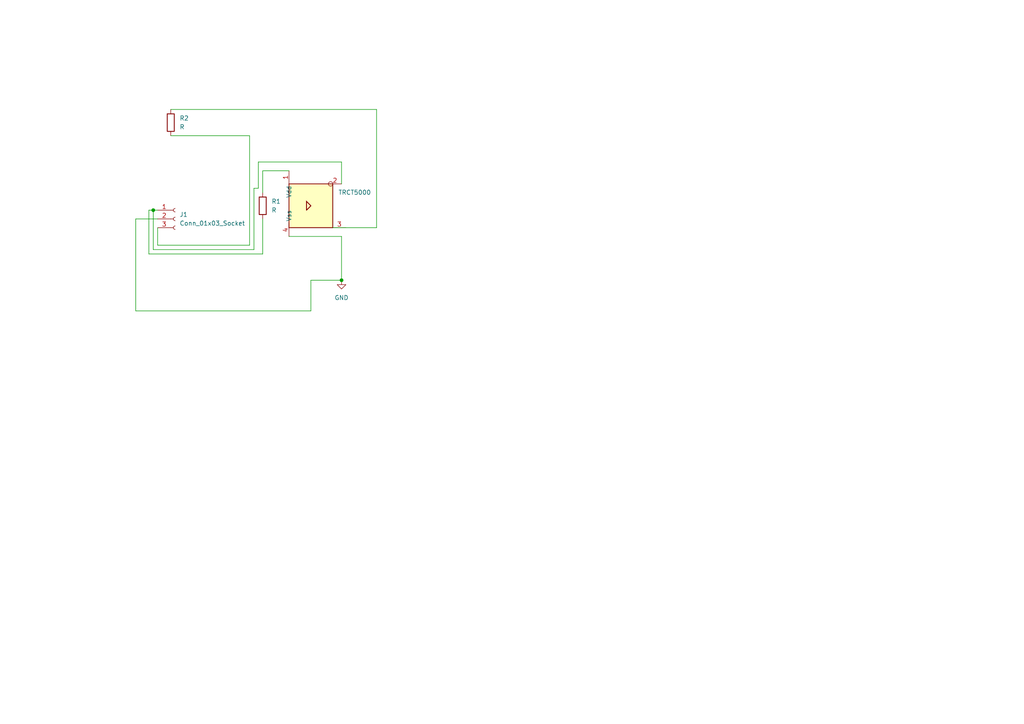
<source format=kicad_sch>
(kicad_sch (version 20250114) (generator "eeschema") (generator_version "9.0")
  (paper "A4")
  (lib_symbols
    (symbol "4xxx_IEEE:4049"
      (property "Value" "TRCT5000" (at 12.7 3.8802 0))
      (symbol "4049_0_0"
        (polyline (pts (xy -1.27 1.27) (xy -1.27 -1.27) (xy 0 0) (xy -1.27 1.27) (xy -1.27 1.27)) (stroke (width 0.254)) (fill (type background)))
        (pin power_in line (at -6.35 10.16 270) (length 3.81) (name "Vdd") (number "1"))
        (pin power_in line (at -6.35 -8.89 90) (length 3.81) (name "Vss") (number "4"))
      )
      (symbol "4049_0_1"
        (rectangle (start -6.35 6.35) (end 6.35 -6.35) (stroke (width 0.254)) (fill (type background)))
      )
      (symbol "4049_1_1"
        (pin input line (at 6.35 -6.35 0) (length 3.81) (name "~") (number "3"))
        (pin output inverted (at 8.89 6.35 180) (length 3.81) (name "~") (number "2"))
      )
      (symbol "4049_2_1"
        (pin input line (at 6.35 -6.35 0) (length 3.81) (name "~") (number "5"))
        (pin output inverted (at 8.89 6.35 180) (length 3.81) (name "~") (number "4"))
      )
      (symbol "4049_3_1"
        (pin input line (at 6.35 -6.35 0) (length 3.81) (name "~") (number "7"))
        (pin output inverted (at 8.89 6.35 180) (length 3.81) (name "~") (number "6"))
      )
      (symbol "4049_4_1"
        (pin input line (at 6.35 -6.35 0) (length 3.81) (name "~") (number "9"))
        (pin output inverted (at 8.89 6.35 180) (length 3.81) (name "~") (number "10"))
      )
      (symbol "4049_5_1"
        (pin input line (at 6.35 -6.35 0) (length 3.81) (name "~") (number "11"))
        (pin output inverted (at 8.89 6.35 180) (length 3.81) (name "~") (number "12"))
      )
      (symbol "4049_6_1"
        (pin input line (at 6.35 -6.35 0) (length 3.81) (name "~") (number "14"))
        (pin output inverted (at 8.89 6.35 180) (length 3.81) (name "~") (number "15"))
      )
    )
    (symbol "Connector:Conn_01x03_Socket" (pin_names (offset 1.016) (hide yes))
      (property "Reference" "J" (at 0 5.08 0))
      (property "Value" "Conn_01x03_Socket" (at 0 -5.08 0))
      (symbol "Conn_01x03_Socket_1_1"
        (polyline (pts (xy -1.27 2.54) (xy -0.508 2.54)) (stroke (width 0.1524)))
        (polyline (pts (xy -1.27 0) (xy -0.508 0)) (stroke (width 0.1524)))
        (polyline (pts (xy -1.27 -2.54) (xy -0.508 -2.54)) (stroke (width 0.1524)))
        (arc (start 0 2.032) (mid -0.5058 2.54) (end 0 3.048) (stroke (width 0.1524)))
        (arc (start 0 -0.508) (mid -0.5058 0) (end 0 0.508) (stroke (width 0.1524)))
        (arc (start 0 -3.048) (mid -0.5058 -2.54) (end 0 -2.032) (stroke (width 0.1524)))
        (pin passive line (at -5.08 2.54 0) (length 3.81) (name "Pin_1") (number "1"))
        (pin passive line (at -5.08 0 0) (length 3.81) (name "Pin_2") (number "2"))
        (pin passive line (at -5.08 -2.54 0) (length 3.81) (name "Pin_3") (number "3"))
      )
    )
    (symbol "Device:R" (pin_numbers (hide yes)) (pin_names (offset 0))
      (property "Reference" "R" (at 2.032 0 90))
      (property "Value" "R" (at 0 0 90))
      (symbol "R_0_1"
        (rectangle (start -1.016 -2.54) (end 1.016 2.54) (stroke (width 0.254)))
      )
      (symbol "R_1_1"
        (pin passive line (at 0 3.81 270) (length 1.27) (name "~") (number "1"))
        (pin passive line (at 0 -3.81 90) (length 1.27) (name "~") (number "2"))
      )
    )
    (symbol "power:GND" (power) (pin_numbers (hide yes)) (pin_names (offset 0) (hide yes))
      (property "Value" "GND" (at 0 -3.81 0))
      (symbol "GND_0_1"
        (polyline (pts (xy 0 0) (xy 0 -1.27) (xy 1.27 -1.27) (xy 0 -2.54) (xy -1.27 -1.27) (xy 0 -1.27)))
      )
      (symbol "GND_1_1"
        (pin power_in line (at 0 0 270) (length 0) (name "~") (number "1"))
      )
    )
  )
  (junction (at 44.45 60.96))
  (junction (at 99.06 81.28))
  (wire (pts (xy 72.39 39.37) (xy 72.39 71.12)))
  (wire (pts (xy 73.66 72.39) (xy 44.45 72.39)))
  (wire (pts (xy 72.39 39.37) (xy 49.53 39.37)))
  (wire (pts (xy 44.45 60.96) (xy 44.45 72.39)))
  (wire (pts (xy 45.72 71.12) (xy 72.39 71.12)))
  (wire (pts (xy 76.2 55.88) (xy 76.2 49.53)))
  (wire (pts (xy 74.93 46.99) (xy 74.93 54.61)))
  (wire (pts (xy 39.37 63.5) (xy 39.37 90.17)))
  (wire (pts (xy 49.53 31.75) (xy 109.22 31.75)))
  (wire (pts (xy 44.45 60.96) (xy 45.72 60.96)))
  (wire (pts (xy 39.37 63.5) (xy 45.72 63.5)))
  (wire (pts (xy 109.22 31.75) (xy 109.22 66.04)))
  (wire (pts (xy 109.22 66.04) (xy 96.52 66.04)))
  (wire (pts (xy 43.18 60.96) (xy 44.45 60.96)))
  (wire (pts (xy 99.06 53.34) (xy 99.06 46.99)))
  (wire (pts (xy 99.06 68.58) (xy 99.06 81.28)))
  (wire (pts (xy 74.93 54.61) (xy 73.66 54.61)))
  (wire (pts (xy 90.17 81.28) (xy 99.06 81.28)))
  (wire (pts (xy 45.72 66.04) (xy 45.72 71.12)))
  (wire (pts (xy 76.2 73.66) (xy 76.2 63.5)))
  (wire (pts (xy 83.82 68.58) (xy 99.06 68.58)))
  (wire (pts (xy 43.18 60.96) (xy 43.18 73.66)))
  (wire (pts (xy 99.06 46.99) (xy 74.93 46.99)))
  (wire (pts (xy 73.66 54.61) (xy 73.66 72.39)))
  (wire (pts (xy 76.2 49.53) (xy 83.82 49.53)))
  (wire (pts (xy 90.17 90.17) (xy 90.17 81.28)))
  (wire (pts (xy 43.18 73.66) (xy 76.2 73.66)))
  (wire (pts (xy 39.37 90.17) (xy 90.17 90.17)))
  (symbol (lib_id "Device:R") (at 49.53 35.56 0) (unit 1)
    (property "Reference" "R2" (at 52.07 34.2899 0) (effects (justify left)))
    (property "Value" "R" (at 52.07 36.8299 0) (effects (justify left)))
    (property "Footprint" "Resistor_THT:R_Axial_DIN0309_L9.0mm_D3.2mm_P12.70mm_Horizontal" (effects (hide yes)))
    (property "Description" "Resistor" (effects (hide yes)))
  )
  (symbol (lib_id "power:GND") (at 99.06 81.28 0) (unit 1)
    (property "Reference" "#PWR01" (effects (hide yes)))
    (property "Value" "GND" (at 99.06 86.36 0))
    (property "Description" "Power symbol creates a global label with name \"GND\" , ground" (effects (hide yes)))
  )
  (symbol (lib_id "Connector:Conn_01x03_Socket") (at 50.8 63.5 0) (unit 1)
    (property "Reference" "J1" (at 52.07 62.2299 0) (effects (justify left)))
    (property "Value" "Conn_01x03_Socket" (at 52.07 64.7699 0) (effects (justify left)))
    (property "Footprint" "Connector_PinSocket_2.54mm:PinSocket_1x03_P2.54mm_Vertical" (effects (hide yes)))
    (property "Description" "Generic connector, single row, 01x03, script generated" (effects (hide yes)))
  )
  (symbol (lib_id "Device:R") (at 76.2 59.69 0) (unit 1)
    (property "Reference" "R1" (at 78.74 58.4199 0) (effects (justify left)))
    (property "Value" "R" (at 78.74 60.9599 0) (effects (justify left)))
    (property "Footprint" "Resistor_THT:R_Axial_DIN0309_L9.0mm_D3.2mm_P12.70mm_Horizontal" (effects (hide yes)))
    (property "Description" "Resistor" (effects (hide yes)))
  )
  (symbol (lib_id "4xxx_IEEE:4049") (at 90.17 59.69 0) (unit 1)
    (property "Reference" "U1" (effects (hide yes)))
    (property "Value" "TRCT5000" (at 102.87 55.8098 0))
    (property "Footprint" "Library:CRT5000" (effects (hide yes)))
  )
)
</source>
